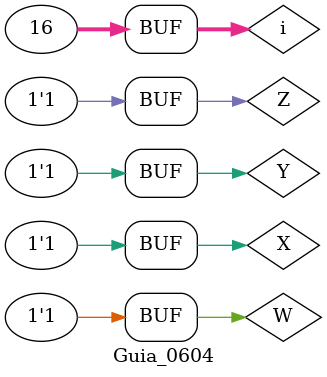
<source format=v>


module g0604 (output s1,
            output s2,
            output s3,
            output s4,
            output s5,
            input  X, Y, W, Z); // MAXTERMOS 
    assign s1 = (~Y|W|~Z) & (X|~Y|~Z) & (X|Y|~W|Z); 
    assign s2 = (X|~Y|Z) & (~Y|~W|Z) & (~X|Y|~Z); 
    assign s3 = (X|~Y|W|Z) & (~X|~Y|~Z) & (~X|Y|W);
    assign s4 = (X|W|~Z) & (~Y|~Z) & (~X|~Y|~W);
    assign s5 = (X|~W|~Z) & (~Y|~Z) & (~Y|~W|Z);
endmodule // g0604

// --------------------- 
// Guia_0604 
// --------------------- 

module Guia_0604; 
    reg   X = 0, Y = 0, W = 0, Z = 0; 
    wire  s1, s2, s3, s4, s5; 
    integer i = 0; 
    // instancias 
    g0604 EXP (s1, s2, s3, s4, s5, X, Y, W, Z); 

    // valores iniciais 
    initial begin: start 
        X=1'bx; Y=1'bx; W=1'bx; Z=1'bx;   // indefinidos 
    end // start

    // parte principal 
    initial begin: main 
        // identificacao 
        $display("Guia_0604 - Teste ");  
        
        // monitoramento 
        $display("\na.)");
        $display(" X  Y  W  Z = s1"); 
        $monitor("%2b %2b %2b %2b = %2b", X, Y, W, Z, s1 ); 
        for (i = 0; i < 16; i = i + 1) begin
            { X, Y, W, Z } = i;
            #1;
        end // for

        $display("\nb.)");
        $display(" X  Y  W  Z = s2"); 
        $monitor("%2b %2b %2b %2b = %2b", X, Y, W, Z, s2 ); 
        for (i = 0; i < 16; i = i + 1) begin
            { X, Y, W, Z } = i;
            #1;
        end // for

        $display("\nc.)");
        $display(" X  Y  W  Z = s3"); 
        $monitor("%2b %2b %2b %2b = %2b", X, Y, W, Z, s3 ); 
        for (i = 0; i < 16; i = i + 1) begin
            { X, Y, W, Z } = i;
            #1;
        end // for

        $display("\nd.)");
        $display(" X  Y  W  Z = s4"); 
        $monitor("%2b %2b %2b %2b = %2b", X, Y, W, Z, s4 );  
        for (i = 0; i < 16; i = i + 1) begin
            { X, Y, W, Z } = i;
            #1;
        end // for

        $display("\ne.)");
        $display(" X  Y  W  Z = s5"); 
        $monitor("%2b %2b %2b %2b = %2b", X, Y, W, Z, s5 );  
        for (i = 0; i < 16; i = i + 1) begin
            { X, Y, W, Z } = i;
            #1;
        end // for
    end // main

endmodule // Guia_0604 
</source>
